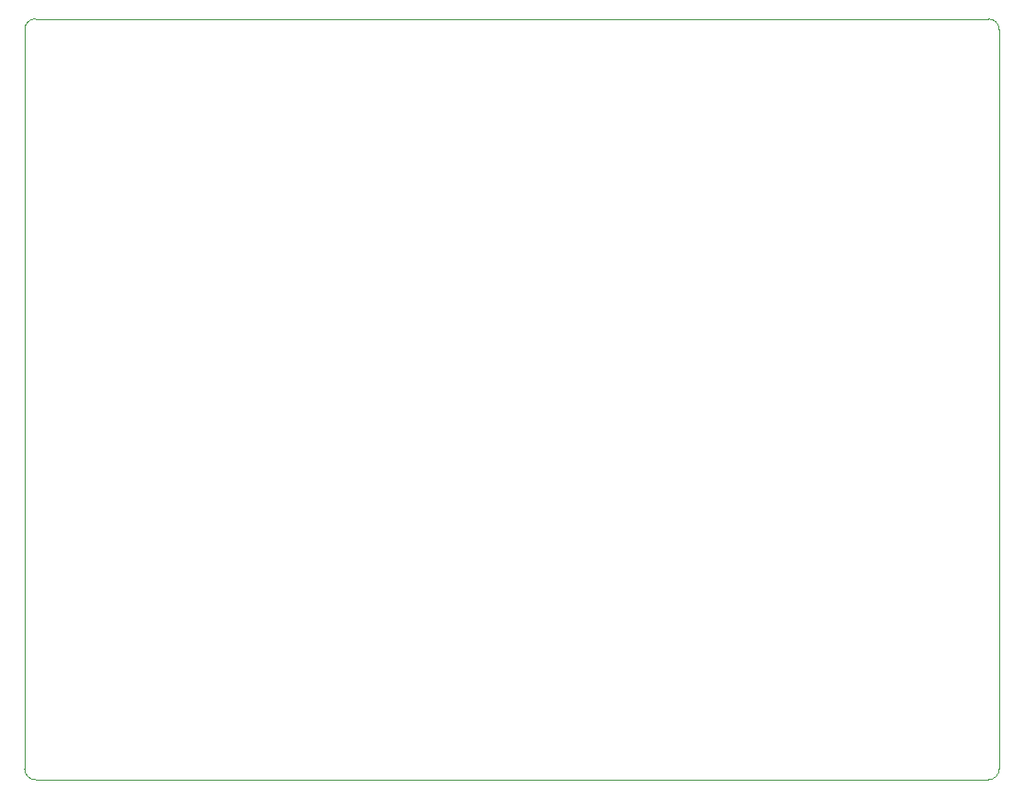
<source format=gm1>
%TF.GenerationSoftware,KiCad,Pcbnew,(5.1.12)-1*%
%TF.CreationDate,2021-11-30T03:04:48-08:00*%
%TF.ProjectId,orthodox_v2,6f727468-6f64-46f7-985f-76322e6b6963,rev?*%
%TF.SameCoordinates,Original*%
%TF.FileFunction,Profile,NP*%
%FSLAX46Y46*%
G04 Gerber Fmt 4.6, Leading zero omitted, Abs format (unit mm)*
G04 Created by KiCad (PCBNEW (5.1.12)-1) date 2021-11-30 03:04:48*
%MOMM*%
%LPD*%
G01*
G04 APERTURE LIST*
%TA.AperFunction,Profile*%
%ADD10C,0.050000*%
%TD*%
G04 APERTURE END LIST*
D10*
X191261000Y-136149900D02*
X191261000Y-138455400D01*
X191261000Y-138455400D02*
G75*
G02*
X190261000Y-139455400I-1000000J0D01*
G01*
X101261000Y-136149900D02*
X101257100Y-138455400D01*
X102257100Y-139455400D02*
G75*
G02*
X101257100Y-138455400I0J1000000D01*
G01*
X102257100Y-139455400D02*
X190261000Y-139455400D01*
X190261000Y-69149900D02*
G75*
G02*
X191261000Y-70149900I0J-1000000D01*
G01*
X101261000Y-70149900D02*
G75*
G02*
X102261000Y-69149900I1000000J0D01*
G01*
X189761000Y-69149900D02*
X190261000Y-69149900D01*
X102761000Y-69149900D02*
X102261000Y-69149900D01*
X101261000Y-136149900D02*
X101261000Y-70149900D01*
X191261000Y-70149900D02*
X191261000Y-136149900D01*
X102761000Y-69149900D02*
X189761000Y-69149900D01*
M02*

</source>
